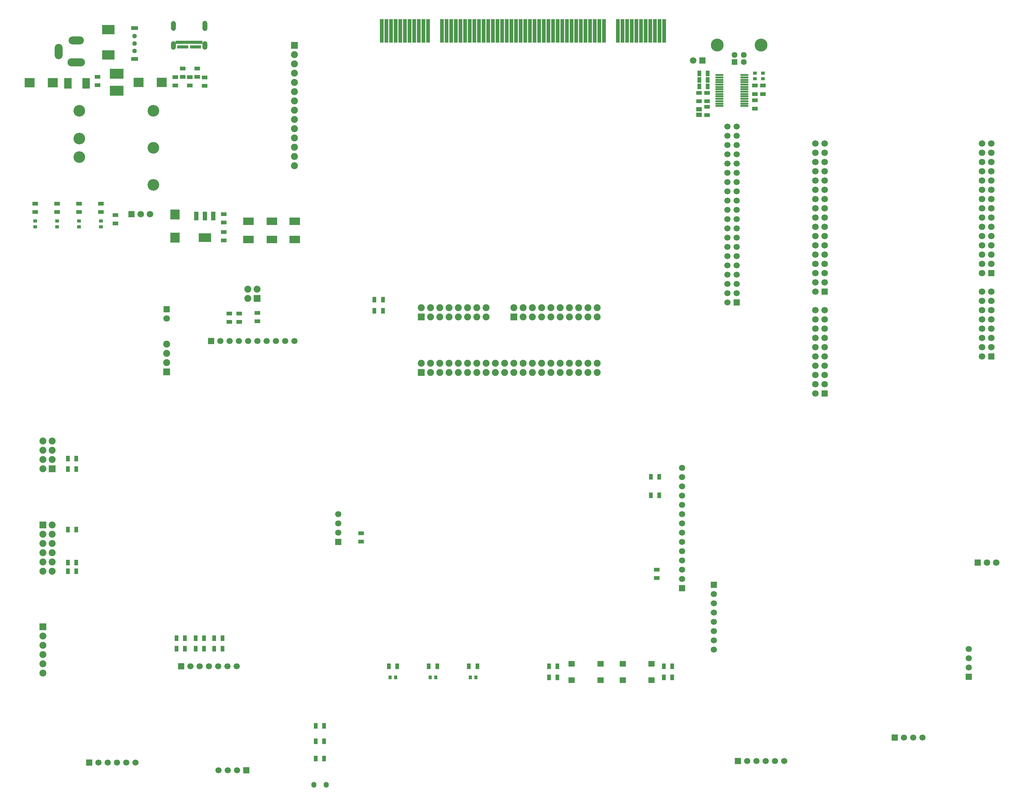
<source format=gts>
G04*
G04 #@! TF.GenerationSoftware,Altium Limited,Altium Designer,22.6.1 (34)*
G04*
G04 Layer_Color=8388736*
%FSLAX24Y24*%
%MOIN*%
G70*
G04*
G04 #@! TF.SameCoordinates,DB5E7376-35C4-4558-AAA8-989BC4282307*
G04*
G04*
G04 #@! TF.FilePolarity,Negative*
G04*
G01*
G75*
%ADD17R,0.0438X0.2529*%
%ADD18R,0.0395X0.0375*%
%ADD19R,0.0375X0.0395*%
%ADD20O,0.0907X0.0218*%
%ADD21R,0.0690X0.0592*%
%ADD22R,0.0592X0.0434*%
%ADD23R,0.0434X0.0592*%
%ADD24R,0.1497X0.1064*%
%ADD25R,0.1182X0.0832*%
%ADD26R,0.0832X0.1182*%
%ADD27R,0.0474X0.0926*%
%ADD28R,0.1360X0.0926*%
%ADD29R,0.0631X0.0513*%
%ADD30R,0.1025X0.1104*%
%ADD31R,0.1104X0.1025*%
%ADD32R,0.0474X0.0356*%
%ADD33R,0.0198X0.0356*%
%ADD34R,0.1379X0.1025*%
%ADD35R,0.0710X0.0710*%
%ADD36C,0.0710*%
%ADD37C,0.0749*%
%ADD38R,0.0749X0.0749*%
%ADD39R,0.0710X0.0710*%
%ADD40R,0.0669X0.0669*%
%ADD41C,0.0669*%
%ADD42R,0.0748X0.0433*%
%ADD43C,0.0512*%
%ADD44O,0.0551X0.0630*%
%ADD45R,0.0749X0.0749*%
%ADD46R,0.0669X0.0669*%
%ADD47R,0.0634X0.0634*%
%ADD48C,0.0634*%
%ADD49C,0.1386*%
%ADD50O,0.0867X0.1655*%
%ADD51O,0.1655X0.0867*%
%ADD52O,0.1891X0.0867*%
%ADD53C,0.1261*%
G36*
X17223Y81386D02*
X17209Y81387D01*
X17196Y81389D01*
X17183Y81391D01*
X17170Y81394D01*
X17157Y81398D01*
X17144Y81403D01*
X17132Y81408D01*
X17120Y81414D01*
X17108Y81420D01*
X17097Y81427D01*
X17086Y81435D01*
X17075Y81443D01*
X17065Y81452D01*
X17055Y81461D01*
X17046Y81470D01*
X17037Y81481D01*
X17029Y81491D01*
X17022Y81502D01*
X17015Y81514D01*
X17008Y81526D01*
X17002Y81538D01*
X16997Y81550D01*
X16993Y81563D01*
X16989Y81576D01*
X16986Y81589D01*
X16983Y81602D01*
X16982Y81615D01*
X16981Y81628D01*
X16980Y81642D01*
Y82035D01*
X16981Y82049D01*
X16982Y82062D01*
X16983Y82076D01*
X16986Y82089D01*
X16989Y82102D01*
X16993Y82115D01*
X16997Y82127D01*
X17002Y82139D01*
X17008Y82152D01*
X17015Y82163D01*
X17022Y82175D01*
X17029Y82186D01*
X17037Y82196D01*
X17046Y82207D01*
X17055Y82217D01*
X17065Y82226D01*
X17075Y82234D01*
X17086Y82243D01*
X17097Y82250D01*
X17108Y82257D01*
X17120Y82263D01*
X17132Y82269D01*
X17144Y82274D01*
X17157Y82279D01*
X17170Y82283D01*
X17183Y82286D01*
X17196Y82288D01*
X17209Y82290D01*
X17223Y82291D01*
X17236Y82291D01*
X17250Y82291D01*
X17263Y82290D01*
X17276Y82288D01*
X17289Y82286D01*
X17302Y82283D01*
X17315Y82279D01*
X17328Y82274D01*
X17340Y82269D01*
X17352Y82263D01*
X17364Y82257D01*
X17376Y82250D01*
X17387Y82243D01*
X17397Y82234D01*
X17407Y82226D01*
X17417Y82217D01*
X17426Y82207D01*
X17435Y82196D01*
X17443Y82186D01*
X17451Y82175D01*
X17458Y82163D01*
X17464Y82152D01*
X17470Y82139D01*
X17475Y82127D01*
X17480Y82115D01*
X17483Y82102D01*
X17487Y82089D01*
X17489Y82076D01*
X17491Y82062D01*
X17492Y82049D01*
X17492Y82035D01*
Y81642D01*
X17492Y81628D01*
X17491Y81615D01*
X17489Y81602D01*
X17487Y81589D01*
X17483Y81576D01*
X17480Y81563D01*
X17475Y81550D01*
X17470Y81538D01*
X17464Y81526D01*
X17458Y81514D01*
X17451Y81502D01*
X17443Y81491D01*
X17435Y81481D01*
X17426Y81470D01*
X17417Y81461D01*
X17407Y81452D01*
X17397Y81443D01*
X17387Y81435D01*
X17376Y81427D01*
X17364Y81420D01*
X17352Y81414D01*
X17340Y81408D01*
X17328Y81403D01*
X17315Y81398D01*
X17302Y81394D01*
X17289Y81391D01*
X17276Y81389D01*
X17263Y81387D01*
X17250Y81386D01*
X17236Y81386D01*
X17223Y81386D01*
D02*
G37*
G36*
Y83418D02*
X17209Y83420D01*
X17195Y83422D01*
X17182Y83425D01*
X17169Y83429D01*
X17155Y83433D01*
X17142Y83438D01*
X17130Y83444D01*
X17117Y83450D01*
X17105Y83457D01*
X17094Y83465D01*
X17082Y83474D01*
X17072Y83482D01*
X17061Y83492D01*
X17052Y83502D01*
X17043Y83512D01*
X17034Y83523D01*
X17026Y83534D01*
X17018Y83546D01*
X17011Y83558D01*
X17005Y83571D01*
X17000Y83583D01*
X16994Y83596D01*
X16991Y83610D01*
X16987Y83623D01*
X16984Y83637D01*
X16982Y83651D01*
X16981Y83665D01*
X16980Y83678D01*
Y83693D01*
Y84205D01*
Y84219D01*
X16981Y84233D01*
X16982Y84247D01*
X16984Y84261D01*
X16987Y84274D01*
X16991Y84288D01*
X16994Y84301D01*
X17000Y84314D01*
X17005Y84327D01*
X17011Y84339D01*
X17018Y84352D01*
X17026Y84363D01*
X17034Y84375D01*
X17043Y84385D01*
X17052Y84396D01*
X17061Y84406D01*
X17072Y84415D01*
X17082Y84424D01*
X17094Y84432D01*
X17105Y84440D01*
X17117Y84447D01*
X17130Y84454D01*
X17142Y84459D01*
X17155Y84465D01*
X17169Y84469D01*
X17182Y84472D01*
X17195Y84476D01*
X17209Y84478D01*
X17223Y84480D01*
X17236Y84480D01*
X17250Y84480D01*
X17263Y84478D01*
X17277Y84476D01*
X17291Y84472D01*
X17304Y84469D01*
X17317Y84465D01*
X17330Y84459D01*
X17343Y84454D01*
X17355Y84447D01*
X17367Y84440D01*
X17379Y84432D01*
X17390Y84424D01*
X17401Y84415D01*
X17411Y84406D01*
X17421Y84396D01*
X17430Y84385D01*
X17439Y84375D01*
X17447Y84363D01*
X17454Y84352D01*
X17461Y84339D01*
X17467Y84327D01*
X17473Y84314D01*
X17478Y84301D01*
X17482Y84288D01*
X17485Y84274D01*
X17488Y84261D01*
X17490Y84247D01*
X17492Y84233D01*
X17492Y84219D01*
Y84205D01*
Y83693D01*
Y83678D01*
X17492Y83665D01*
X17490Y83651D01*
X17488Y83637D01*
X17485Y83623D01*
X17482Y83610D01*
X17478Y83596D01*
X17473Y83583D01*
X17467Y83571D01*
X17461Y83558D01*
X17454Y83546D01*
X17447Y83534D01*
X17439Y83523D01*
X17430Y83512D01*
X17421Y83502D01*
X17411Y83492D01*
X17401Y83482D01*
X17390Y83474D01*
X17379Y83465D01*
X17367Y83457D01*
X17355Y83450D01*
X17343Y83444D01*
X17330Y83438D01*
X17317Y83433D01*
X17304Y83429D01*
X17291Y83425D01*
X17277Y83422D01*
X17263Y83420D01*
X17250Y83418D01*
X17236Y83417D01*
X17223Y83418D01*
D02*
G37*
G36*
X20624Y81386D02*
X20611Y81387D01*
X20598Y81389D01*
X20585Y81391D01*
X20572Y81394D01*
X20559Y81398D01*
X20546Y81403D01*
X20534Y81408D01*
X20522Y81414D01*
X20510Y81420D01*
X20498Y81427D01*
X20487Y81435D01*
X20477Y81443D01*
X20467Y81452D01*
X20457Y81461D01*
X20448Y81470D01*
X20439Y81481D01*
X20431Y81491D01*
X20423Y81502D01*
X20416Y81514D01*
X20410Y81526D01*
X20404Y81538D01*
X20399Y81550D01*
X20394Y81563D01*
X20391Y81576D01*
X20387Y81589D01*
X20385Y81602D01*
X20383Y81615D01*
X20382Y81628D01*
X20382Y81642D01*
Y82035D01*
X20382Y82049D01*
X20383Y82062D01*
X20385Y82076D01*
X20387Y82089D01*
X20391Y82102D01*
X20394Y82115D01*
X20399Y82127D01*
X20404Y82139D01*
X20410Y82152D01*
X20416Y82163D01*
X20423Y82175D01*
X20431Y82186D01*
X20439Y82196D01*
X20448Y82207D01*
X20457Y82217D01*
X20467Y82226D01*
X20477Y82234D01*
X20487Y82243D01*
X20498Y82250D01*
X20510Y82257D01*
X20522Y82263D01*
X20534Y82269D01*
X20546Y82274D01*
X20559Y82279D01*
X20572Y82283D01*
X20585Y82286D01*
X20598Y82288D01*
X20611Y82290D01*
X20624Y82291D01*
X20638Y82291D01*
X20652D01*
X20665Y82291D01*
X20678Y82290D01*
X20691Y82288D01*
X20703Y82285D01*
X20715Y82282D01*
X20728Y82278D01*
X20740Y82274D01*
X20752Y82268D01*
X20763Y82263D01*
X20774Y82256D01*
X20785Y82250D01*
X20796Y82242D01*
X20806Y82234D01*
X20816Y82225D01*
X20825Y82217D01*
X20833Y82207D01*
X20842Y82197D01*
X20849Y82187D01*
X20856Y82176D01*
X20863Y82165D01*
X20869Y82153D01*
X20874Y82141D01*
X20879Y82130D01*
X20883Y82117D01*
X20887Y82105D01*
X20889Y82092D01*
X20891Y82080D01*
X20893Y82067D01*
X20894Y82055D01*
Y81661D01*
Y81647D01*
X20893Y81633D01*
X20892Y81619D01*
X20890Y81606D01*
X20887Y81592D01*
X20883Y81578D01*
X20880Y81565D01*
X20874Y81552D01*
X20869Y81539D01*
X20863Y81527D01*
X20856Y81515D01*
X20848Y81503D01*
X20840Y81491D01*
X20831Y81481D01*
X20822Y81470D01*
X20813Y81460D01*
X20802Y81451D01*
X20792Y81442D01*
X20780Y81434D01*
X20769Y81426D01*
X20757Y81419D01*
X20744Y81413D01*
X20732Y81407D01*
X20719Y81402D01*
X20706Y81397D01*
X20692Y81394D01*
X20679Y81391D01*
X20665Y81388D01*
X20651Y81387D01*
X20638Y81386D01*
X20624Y81386D01*
D02*
G37*
G36*
Y83398D02*
X20611Y83400D01*
X20597Y83402D01*
X20583Y83406D01*
X20570Y83409D01*
X20557Y83413D01*
X20544Y83419D01*
X20531Y83424D01*
X20519Y83431D01*
X20507Y83438D01*
X20495Y83446D01*
X20484Y83454D01*
X20473Y83463D01*
X20463Y83472D01*
X20453Y83482D01*
X20444Y83493D01*
X20435Y83503D01*
X20427Y83515D01*
X20420Y83526D01*
X20413Y83539D01*
X20407Y83551D01*
X20401Y83564D01*
X20396Y83577D01*
X20392Y83590D01*
X20389Y83604D01*
X20386Y83617D01*
X20384Y83631D01*
X20382Y83645D01*
X20382Y83659D01*
Y83673D01*
Y84224D01*
Y84239D01*
X20382Y84253D01*
X20384Y84267D01*
X20386Y84280D01*
X20389Y84294D01*
X20392Y84307D01*
X20396Y84321D01*
X20401Y84334D01*
X20407Y84346D01*
X20413Y84359D01*
X20420Y84371D01*
X20427Y84383D01*
X20435Y84394D01*
X20444Y84405D01*
X20453Y84416D01*
X20463Y84426D01*
X20473Y84435D01*
X20484Y84444D01*
X20495Y84452D01*
X20507Y84460D01*
X20519Y84467D01*
X20531Y84473D01*
X20544Y84479D01*
X20557Y84484D01*
X20570Y84489D01*
X20583Y84492D01*
X20597Y84495D01*
X20611Y84498D01*
X20624Y84499D01*
X20638Y84500D01*
X20651Y84499D01*
X20665Y84498D01*
X20679Y84495D01*
X20692Y84492D01*
X20706Y84489D01*
X20719Y84484D01*
X20732Y84479D01*
X20744Y84473D01*
X20757Y84467D01*
X20769Y84460D01*
X20780Y84452D01*
X20792Y84444D01*
X20802Y84435D01*
X20813Y84426D01*
X20822Y84416D01*
X20831Y84405D01*
X20840Y84394D01*
X20848Y84383D01*
X20856Y84371D01*
X20863Y84359D01*
X20869Y84346D01*
X20874Y84334D01*
X20880Y84321D01*
X20883Y84307D01*
X20887Y84294D01*
X20890Y84280D01*
X20892Y84267D01*
X20893Y84253D01*
X20894Y84239D01*
Y84224D01*
Y83673D01*
Y83659D01*
X20893Y83645D01*
X20892Y83631D01*
X20890Y83617D01*
X20887Y83604D01*
X20883Y83590D01*
X20880Y83577D01*
X20874Y83564D01*
X20869Y83551D01*
X20863Y83539D01*
X20856Y83526D01*
X20848Y83515D01*
X20840Y83503D01*
X20831Y83493D01*
X20822Y83482D01*
X20813Y83472D01*
X20802Y83463D01*
X20792Y83454D01*
X20780Y83446D01*
X20769Y83438D01*
X20757Y83431D01*
X20744Y83424D01*
X20732Y83419D01*
X20719Y83413D01*
X20706Y83409D01*
X20692Y83406D01*
X20679Y83402D01*
X20665Y83400D01*
X20651Y83398D01*
X20638Y83398D01*
X20624Y83398D01*
D02*
G37*
D17*
X70232Y83421D02*
D03*
X69732D02*
D03*
X69232D02*
D03*
X68732D02*
D03*
X68232D02*
D03*
X67732D02*
D03*
X67232D02*
D03*
X66732D02*
D03*
X66232D02*
D03*
X65732D02*
D03*
X65232D02*
D03*
X63732D02*
D03*
X63232D02*
D03*
X62732D02*
D03*
X62232D02*
D03*
X61732D02*
D03*
X61232D02*
D03*
X60732D02*
D03*
X60232D02*
D03*
X59732D02*
D03*
X59232D02*
D03*
X58732D02*
D03*
X58232D02*
D03*
X57732D02*
D03*
X57232D02*
D03*
X56732D02*
D03*
X56232D02*
D03*
X55732D02*
D03*
X55232D02*
D03*
X54732D02*
D03*
X54232D02*
D03*
X53732D02*
D03*
X53232D02*
D03*
X52732D02*
D03*
X52232D02*
D03*
X51732D02*
D03*
X51232D02*
D03*
X50732D02*
D03*
X50232D02*
D03*
X49732D02*
D03*
X49232D02*
D03*
X48732D02*
D03*
X48232D02*
D03*
X47732D02*
D03*
X47232D02*
D03*
X46732D02*
D03*
X46232D02*
D03*
X44732D02*
D03*
X44232D02*
D03*
X43732D02*
D03*
X43232D02*
D03*
X42732D02*
D03*
X42232D02*
D03*
X41732D02*
D03*
X41232D02*
D03*
X40732D02*
D03*
X40232D02*
D03*
X39732D02*
D03*
D18*
X80906Y78848D02*
D03*
Y78238D02*
D03*
X80039Y78848D02*
D03*
Y78238D02*
D03*
X9409Y62254D02*
D03*
Y62864D02*
D03*
X7047Y62254D02*
D03*
Y62864D02*
D03*
X4685D02*
D03*
Y62254D02*
D03*
X2323Y62864D02*
D03*
Y62254D02*
D03*
D19*
X49911Y13583D02*
D03*
X49301D02*
D03*
X44970Y13583D02*
D03*
X45581D02*
D03*
X40640D02*
D03*
X41250D02*
D03*
D20*
X76201Y78632D02*
D03*
Y78376D02*
D03*
Y78120D02*
D03*
Y77864D02*
D03*
Y77608D02*
D03*
Y77352D02*
D03*
Y77096D02*
D03*
Y76841D02*
D03*
Y76585D02*
D03*
Y76329D02*
D03*
Y76073D02*
D03*
Y75817D02*
D03*
Y75561D02*
D03*
Y75305D02*
D03*
X78917Y78632D02*
D03*
Y78376D02*
D03*
Y78120D02*
D03*
Y77864D02*
D03*
Y77608D02*
D03*
Y77352D02*
D03*
Y77096D02*
D03*
Y76841D02*
D03*
Y76585D02*
D03*
Y76329D02*
D03*
Y76073D02*
D03*
Y75817D02*
D03*
Y75561D02*
D03*
Y75305D02*
D03*
D21*
X63376Y13287D02*
D03*
Y15059D02*
D03*
X60246Y13287D02*
D03*
Y15059D02*
D03*
X68888Y13287D02*
D03*
Y15059D02*
D03*
X65758Y13287D02*
D03*
Y15059D02*
D03*
D22*
X37520Y28248D02*
D03*
Y29154D02*
D03*
X69449Y25217D02*
D03*
Y24311D02*
D03*
X23268Y52894D02*
D03*
Y51988D02*
D03*
X26299Y52028D02*
D03*
Y52933D02*
D03*
X80906Y76594D02*
D03*
Y77500D02*
D03*
X80039Y76594D02*
D03*
Y77500D02*
D03*
X9409Y63839D02*
D03*
Y64744D02*
D03*
X7047Y63839D02*
D03*
Y64744D02*
D03*
X4685Y63839D02*
D03*
Y64744D02*
D03*
X19016Y78406D02*
D03*
Y77500D02*
D03*
X2323Y63839D02*
D03*
Y64744D02*
D03*
X24331Y52894D02*
D03*
Y51988D02*
D03*
X74016Y75807D02*
D03*
Y76713D02*
D03*
X80039Y75020D02*
D03*
Y75925D02*
D03*
X74882Y75217D02*
D03*
Y74311D02*
D03*
Y75807D02*
D03*
Y76713D02*
D03*
X22677Y61673D02*
D03*
Y60768D02*
D03*
Y62717D02*
D03*
Y63622D02*
D03*
X18228Y78445D02*
D03*
Y79350D02*
D03*
X19803Y78445D02*
D03*
Y79350D02*
D03*
X20591Y78386D02*
D03*
Y77480D02*
D03*
X17441Y78406D02*
D03*
Y77500D02*
D03*
X9055Y78445D02*
D03*
Y77539D02*
D03*
X10984Y62618D02*
D03*
Y63524D02*
D03*
D23*
X69705Y33228D02*
D03*
X68799D02*
D03*
Y35236D02*
D03*
X69705D02*
D03*
X6752Y36063D02*
D03*
X5846D02*
D03*
Y37205D02*
D03*
X6752D02*
D03*
X5846Y25984D02*
D03*
X6752D02*
D03*
X5846Y29528D02*
D03*
X6752D02*
D03*
X5846Y25039D02*
D03*
X6752D02*
D03*
X58720Y13583D02*
D03*
X57815D02*
D03*
X70217D02*
D03*
X71122D02*
D03*
X49154Y14764D02*
D03*
X50059D02*
D03*
X44823Y14764D02*
D03*
X45728D02*
D03*
X40492Y14764D02*
D03*
X41398D02*
D03*
X19626Y16693D02*
D03*
X20531D02*
D03*
X17579D02*
D03*
X18484D02*
D03*
X21634D02*
D03*
X22539D02*
D03*
X32618Y6693D02*
D03*
X33524D02*
D03*
X32618Y4803D02*
D03*
X33524D02*
D03*
X74941Y78110D02*
D03*
X74035D02*
D03*
X74941Y77402D02*
D03*
X74035D02*
D03*
X38957Y53189D02*
D03*
X39862D02*
D03*
X38957Y54370D02*
D03*
X39862D02*
D03*
X57815Y14764D02*
D03*
X58720D02*
D03*
X71122D02*
D03*
X70217D02*
D03*
X21634Y17795D02*
D03*
X22539D02*
D03*
X17579D02*
D03*
X18484D02*
D03*
X19626D02*
D03*
X20531D02*
D03*
X33524Y8346D02*
D03*
X32618D02*
D03*
X74941Y78819D02*
D03*
X74035D02*
D03*
D24*
X11102Y78780D02*
D03*
Y76929D02*
D03*
D25*
X27874Y60866D02*
D03*
Y62835D02*
D03*
X30354Y60866D02*
D03*
Y62835D02*
D03*
X25354Y60866D02*
D03*
Y62835D02*
D03*
D26*
X7795Y77756D02*
D03*
X5827D02*
D03*
D27*
X21535Y63396D02*
D03*
X20630D02*
D03*
X19724D02*
D03*
D28*
X20630Y61093D02*
D03*
D29*
X74016Y74941D02*
D03*
Y74350D02*
D03*
D30*
X17402Y63583D02*
D03*
Y61063D02*
D03*
D31*
X4213Y77795D02*
D03*
X1693D02*
D03*
X13465Y77835D02*
D03*
X15984D02*
D03*
D32*
X20157Y82189D02*
D03*
X17717D02*
D03*
D33*
X19823D02*
D03*
X19626D02*
D03*
X19429D02*
D03*
X19232D02*
D03*
X19035D02*
D03*
X18839D02*
D03*
X18642D02*
D03*
X18445D02*
D03*
X18248D02*
D03*
X18051D02*
D03*
X17756Y81677D02*
D03*
X17953D02*
D03*
X18150D02*
D03*
X18346D02*
D03*
X18543D02*
D03*
X18740D02*
D03*
X19134D02*
D03*
X19331D02*
D03*
X19528D02*
D03*
X19724D02*
D03*
X19921D02*
D03*
X20118D02*
D03*
D34*
X10197Y83533D02*
D03*
Y80797D02*
D03*
D35*
X105563Y48252D02*
D03*
Y57252D02*
D03*
X87563Y55252D02*
D03*
Y44252D02*
D03*
X74358Y80197D02*
D03*
X12701Y63622D02*
D03*
X104118Y25984D02*
D03*
D36*
X104563Y48252D02*
D03*
X105563Y49252D02*
D03*
X104563D02*
D03*
X105563Y50252D02*
D03*
X104563D02*
D03*
X105563Y51252D02*
D03*
X104563D02*
D03*
X105563Y52252D02*
D03*
X104563D02*
D03*
X105563Y53252D02*
D03*
X104563D02*
D03*
X105563Y54252D02*
D03*
X104563D02*
D03*
X105563Y55252D02*
D03*
X104563D02*
D03*
Y57252D02*
D03*
X105563Y58252D02*
D03*
X104563D02*
D03*
X105563Y59252D02*
D03*
X104563D02*
D03*
X105563Y60252D02*
D03*
X104563D02*
D03*
X105563Y61252D02*
D03*
X104563D02*
D03*
X105563Y62252D02*
D03*
X104563D02*
D03*
X105563Y63252D02*
D03*
X104563D02*
D03*
X105563Y64252D02*
D03*
X104563D02*
D03*
X105563Y65252D02*
D03*
X104563D02*
D03*
X105563Y66252D02*
D03*
X104563D02*
D03*
X105563Y67252D02*
D03*
X104563D02*
D03*
X105563Y68252D02*
D03*
X104563D02*
D03*
X105563Y69252D02*
D03*
X104563D02*
D03*
X105563Y70252D02*
D03*
X104563D02*
D03*
X105563Y71252D02*
D03*
X104563D02*
D03*
X86563Y55252D02*
D03*
X87563Y56252D02*
D03*
X86563D02*
D03*
X87563Y57252D02*
D03*
X86563D02*
D03*
X87563Y58252D02*
D03*
X86563D02*
D03*
X87563Y59252D02*
D03*
X86563D02*
D03*
X87563Y60252D02*
D03*
X86563D02*
D03*
X87563Y61252D02*
D03*
X86563D02*
D03*
X87563Y62252D02*
D03*
X86563D02*
D03*
X87563Y63252D02*
D03*
X86563D02*
D03*
X87563Y64252D02*
D03*
X86563D02*
D03*
X87563Y65252D02*
D03*
X86563D02*
D03*
X87563Y66252D02*
D03*
X86563D02*
D03*
X87563Y67252D02*
D03*
X86563D02*
D03*
X87563Y68252D02*
D03*
X86563D02*
D03*
X87563Y69252D02*
D03*
X86563D02*
D03*
X87563Y70252D02*
D03*
X86563D02*
D03*
X87563Y71252D02*
D03*
X86563D02*
D03*
Y44252D02*
D03*
X87563Y45252D02*
D03*
X86563D02*
D03*
X87563Y46252D02*
D03*
X86563D02*
D03*
X87563Y47252D02*
D03*
X86563D02*
D03*
X87563Y48252D02*
D03*
X86563D02*
D03*
X87563Y49252D02*
D03*
X86563D02*
D03*
X87563Y50252D02*
D03*
X86563D02*
D03*
X87563Y51252D02*
D03*
X86563D02*
D03*
X87563Y52252D02*
D03*
X86563D02*
D03*
X87563Y53252D02*
D03*
X86563D02*
D03*
X16496Y52346D02*
D03*
X73358Y80197D02*
D03*
X14701Y63622D02*
D03*
X13701D02*
D03*
X106118Y25984D02*
D03*
X105118D02*
D03*
D37*
X47000Y46500D02*
D03*
Y47500D02*
D03*
X44000D02*
D03*
X45000D02*
D03*
Y46500D02*
D03*
X46000Y47500D02*
D03*
Y46500D02*
D03*
X48000D02*
D03*
Y47500D02*
D03*
X49000Y46500D02*
D03*
Y47500D02*
D03*
X50000Y46500D02*
D03*
Y47500D02*
D03*
X51000Y46500D02*
D03*
Y47500D02*
D03*
X52000Y46500D02*
D03*
Y47500D02*
D03*
X53000Y46500D02*
D03*
Y47500D02*
D03*
X54000Y46500D02*
D03*
Y47500D02*
D03*
X55000Y46500D02*
D03*
Y47500D02*
D03*
X56000Y46500D02*
D03*
Y47500D02*
D03*
X57000Y46500D02*
D03*
Y47500D02*
D03*
X58000Y46500D02*
D03*
Y47500D02*
D03*
X59000Y46500D02*
D03*
Y47500D02*
D03*
X60000Y46500D02*
D03*
Y47500D02*
D03*
X61000Y46500D02*
D03*
Y47500D02*
D03*
X62000Y46500D02*
D03*
Y47500D02*
D03*
X63000Y46500D02*
D03*
Y47500D02*
D03*
X47000Y52500D02*
D03*
Y53500D02*
D03*
X44000D02*
D03*
X45000D02*
D03*
Y52500D02*
D03*
X46000Y53500D02*
D03*
Y52500D02*
D03*
X48000D02*
D03*
Y53500D02*
D03*
X49000Y52500D02*
D03*
Y53500D02*
D03*
X50000Y52500D02*
D03*
Y53500D02*
D03*
X51000Y52500D02*
D03*
Y53500D02*
D03*
X30315Y68835D02*
D03*
Y69835D02*
D03*
Y70835D02*
D03*
Y71835D02*
D03*
Y72835D02*
D03*
Y73835D02*
D03*
Y74835D02*
D03*
Y75835D02*
D03*
Y76835D02*
D03*
Y78835D02*
D03*
Y79835D02*
D03*
Y80835D02*
D03*
Y77835D02*
D03*
X25287Y54512D02*
D03*
Y55512D02*
D03*
X26287D02*
D03*
X4150Y38098D02*
D03*
X3150D02*
D03*
X4150Y37098D02*
D03*
X3150D02*
D03*
Y36098D02*
D03*
Y39098D02*
D03*
X4150D02*
D03*
X3150Y27059D02*
D03*
X4150D02*
D03*
Y30059D02*
D03*
Y29059D02*
D03*
X3150D02*
D03*
X4150Y28059D02*
D03*
X3150D02*
D03*
Y26059D02*
D03*
X4150D02*
D03*
X3150Y25059D02*
D03*
X4150D02*
D03*
X16506Y47575D02*
D03*
Y48575D02*
D03*
Y49575D02*
D03*
X3150Y15035D02*
D03*
Y18035D02*
D03*
Y17035D02*
D03*
Y16035D02*
D03*
Y14035D02*
D03*
X57000Y52500D02*
D03*
Y53500D02*
D03*
X54000D02*
D03*
X55000D02*
D03*
Y52500D02*
D03*
X56000Y53500D02*
D03*
Y52500D02*
D03*
X58000D02*
D03*
Y53500D02*
D03*
X59000Y52500D02*
D03*
Y53500D02*
D03*
X60000Y52500D02*
D03*
Y53500D02*
D03*
X61000Y52500D02*
D03*
Y53500D02*
D03*
X62000Y52500D02*
D03*
Y53500D02*
D03*
X63000Y52500D02*
D03*
Y53500D02*
D03*
D38*
X44000Y46500D02*
D03*
Y52500D02*
D03*
X30315Y81835D02*
D03*
X16506Y46575D02*
D03*
X3150Y19035D02*
D03*
X54000Y52500D02*
D03*
D39*
X16496Y53346D02*
D03*
D40*
X78059Y54083D02*
D03*
X95154Y7087D02*
D03*
X78209Y4528D02*
D03*
X25122Y3543D02*
D03*
X8130Y4370D02*
D03*
X18063Y14764D02*
D03*
X21300Y49900D02*
D03*
D41*
X77059Y54083D02*
D03*
Y55083D02*
D03*
Y56083D02*
D03*
Y57083D02*
D03*
Y58083D02*
D03*
Y59083D02*
D03*
Y60083D02*
D03*
Y61083D02*
D03*
Y62083D02*
D03*
Y63083D02*
D03*
Y64083D02*
D03*
Y65083D02*
D03*
Y66083D02*
D03*
Y67083D02*
D03*
Y68083D02*
D03*
Y69083D02*
D03*
Y70083D02*
D03*
Y71083D02*
D03*
Y72083D02*
D03*
Y73083D02*
D03*
X78059D02*
D03*
Y72083D02*
D03*
Y71083D02*
D03*
Y70083D02*
D03*
Y69083D02*
D03*
Y68083D02*
D03*
Y67083D02*
D03*
Y66083D02*
D03*
Y65083D02*
D03*
Y64083D02*
D03*
Y63083D02*
D03*
Y62083D02*
D03*
Y61083D02*
D03*
Y60083D02*
D03*
Y59083D02*
D03*
Y58083D02*
D03*
Y57083D02*
D03*
Y56083D02*
D03*
Y55083D02*
D03*
X35039Y31224D02*
D03*
Y30224D02*
D03*
Y29224D02*
D03*
X72165Y36224D02*
D03*
Y35224D02*
D03*
Y34224D02*
D03*
Y33224D02*
D03*
Y25224D02*
D03*
Y24224D02*
D03*
Y26224D02*
D03*
Y27224D02*
D03*
Y28224D02*
D03*
Y29224D02*
D03*
Y30224D02*
D03*
Y31224D02*
D03*
Y32224D02*
D03*
X103150Y16657D02*
D03*
Y15657D02*
D03*
Y14657D02*
D03*
X98154Y7087D02*
D03*
X97154D02*
D03*
X96154D02*
D03*
X83209Y4528D02*
D03*
X82209D02*
D03*
X81209D02*
D03*
X79209D02*
D03*
X80209D02*
D03*
X22122Y3543D02*
D03*
X23122D02*
D03*
X24122D02*
D03*
X75591Y16579D02*
D03*
Y17579D02*
D03*
Y21579D02*
D03*
Y22579D02*
D03*
Y20579D02*
D03*
Y19579D02*
D03*
Y18579D02*
D03*
X13130Y4370D02*
D03*
X12130D02*
D03*
X11130D02*
D03*
X9130D02*
D03*
X10130D02*
D03*
X24063Y14764D02*
D03*
X23063D02*
D03*
X22063D02*
D03*
X21063D02*
D03*
X19063D02*
D03*
X20063D02*
D03*
X30300Y49900D02*
D03*
X29300D02*
D03*
X28300D02*
D03*
X27300D02*
D03*
X26300D02*
D03*
X25300D02*
D03*
X24300D02*
D03*
X22300D02*
D03*
X23300D02*
D03*
D42*
X13032Y80374D02*
D03*
Y83720D02*
D03*
D43*
Y81260D02*
D03*
Y82047D02*
D03*
Y82835D02*
D03*
D44*
X32402Y1969D02*
D03*
X33740D02*
D03*
D45*
X26287Y54512D02*
D03*
X4150Y36098D02*
D03*
X3150Y30059D02*
D03*
D46*
X35039Y28224D02*
D03*
X72165Y23224D02*
D03*
X103150Y13657D02*
D03*
X75591Y23579D02*
D03*
D47*
X77854Y80039D02*
D03*
D48*
X78839D02*
D03*
Y80827D02*
D03*
X77854D02*
D03*
D49*
X80717Y81890D02*
D03*
X75976D02*
D03*
D50*
X4843Y81181D02*
D03*
D51*
X6732Y82362D02*
D03*
D52*
Y80000D02*
D03*
D53*
X15087Y66764D02*
D03*
Y70764D02*
D03*
X7087Y69764D02*
D03*
Y71764D02*
D03*
X15087Y74764D02*
D03*
X7087D02*
D03*
M02*

</source>
